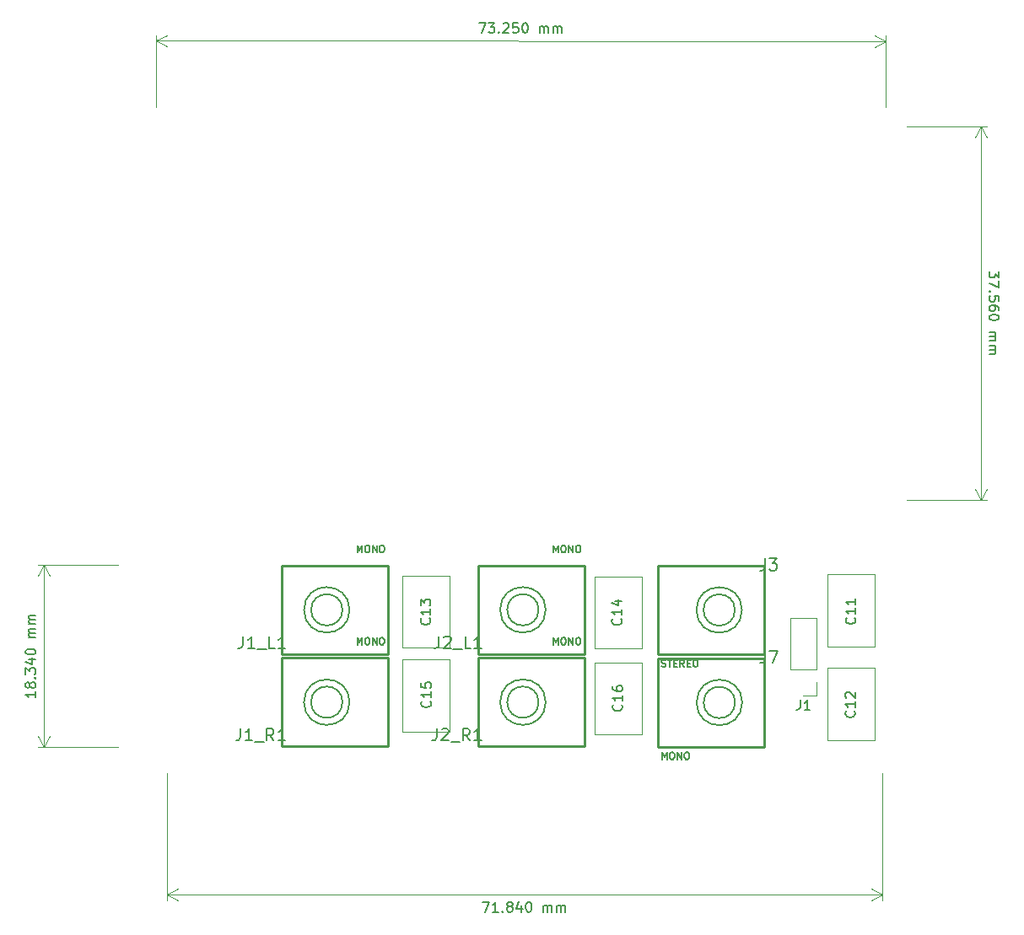
<source format=gbr>
G04 #@! TF.GenerationSoftware,KiCad,Pcbnew,5.1.4+dfsg1-1*
G04 #@! TF.CreationDate,2020-04-10T18:02:35-04:00*
G04 #@! TF.ProjectId,LilMix,4c696c4d-6978-42e6-9b69-6361645f7063,rev?*
G04 #@! TF.SameCoordinates,Original*
G04 #@! TF.FileFunction,Legend,Top*
G04 #@! TF.FilePolarity,Positive*
%FSLAX46Y46*%
G04 Gerber Fmt 4.6, Leading zero omitted, Abs format (unit mm)*
G04 Created by KiCad (PCBNEW 5.1.4+dfsg1-1) date 2020-04-10 18:02:35*
%MOMM*%
%LPD*%
G04 APERTURE LIST*
%ADD10C,0.150000*%
%ADD11C,0.120000*%
%ADD12C,0.254000*%
%ADD13C,0.127000*%
%ADD14C,0.152400*%
G04 APERTURE END LIST*
D10*
X117116836Y-64231230D02*
X117783503Y-64231412D01*
X117354658Y-65231295D01*
X118069217Y-64231490D02*
X118688264Y-64231659D01*
X118354827Y-64612521D01*
X118497684Y-64612560D01*
X118592909Y-64660205D01*
X118640515Y-64707837D01*
X118688108Y-64803088D01*
X118688043Y-65041183D01*
X118640398Y-65136408D01*
X118592766Y-65184014D01*
X118497515Y-65231607D01*
X118211801Y-65231529D01*
X118116576Y-65183884D01*
X118068970Y-65136252D01*
X119116589Y-65136538D02*
X119164195Y-65184170D01*
X119116563Y-65231776D01*
X119068957Y-65184144D01*
X119116589Y-65136538D01*
X119116563Y-65231776D01*
X119545381Y-64327131D02*
X119593013Y-64279525D01*
X119688264Y-64231932D01*
X119926360Y-64231997D01*
X120021585Y-64279642D01*
X120069191Y-64327275D01*
X120116784Y-64422526D01*
X120116758Y-64517764D01*
X120069100Y-64660608D01*
X119497515Y-65231880D01*
X120116563Y-65232049D01*
X121021598Y-64232296D02*
X120545407Y-64232166D01*
X120497658Y-64708344D01*
X120545290Y-64660738D01*
X120640541Y-64613145D01*
X120878637Y-64613210D01*
X120973862Y-64660855D01*
X121021468Y-64708487D01*
X121069061Y-64803738D01*
X121068996Y-65041833D01*
X121021351Y-65137058D01*
X120973719Y-65184664D01*
X120878468Y-65232257D01*
X120640372Y-65232192D01*
X120545147Y-65184547D01*
X120497541Y-65136915D01*
X121688264Y-64232478D02*
X121783502Y-64232504D01*
X121878728Y-64280150D01*
X121926334Y-64327782D01*
X121973927Y-64423033D01*
X122021494Y-64613522D01*
X122021429Y-64851617D01*
X121973758Y-65042080D01*
X121926113Y-65137305D01*
X121878481Y-65184911D01*
X121783229Y-65232504D01*
X121687991Y-65232478D01*
X121592766Y-65184833D01*
X121545160Y-65137201D01*
X121497567Y-65041950D01*
X121450000Y-64851461D01*
X121450065Y-64613366D01*
X121497736Y-64422903D01*
X121545381Y-64327678D01*
X121593013Y-64280072D01*
X121688264Y-64232478D01*
X123211801Y-65232895D02*
X123211983Y-64566228D01*
X123211957Y-64661466D02*
X123259589Y-64613860D01*
X123354840Y-64566267D01*
X123497697Y-64566306D01*
X123592922Y-64613951D01*
X123640515Y-64709202D01*
X123640372Y-65233012D01*
X123640515Y-64709202D02*
X123688160Y-64613977D01*
X123783411Y-64566384D01*
X123926269Y-64566423D01*
X124021494Y-64614068D01*
X124069087Y-64709319D01*
X124068944Y-65233129D01*
X124545134Y-65233259D02*
X124545316Y-64566592D01*
X124545290Y-64661830D02*
X124592922Y-64614224D01*
X124688173Y-64566631D01*
X124831030Y-64566670D01*
X124926255Y-64614315D01*
X124973849Y-64709566D01*
X124973706Y-65233376D01*
X124973849Y-64709566D02*
X125021494Y-64614341D01*
X125116745Y-64566748D01*
X125259602Y-64566787D01*
X125354827Y-64614432D01*
X125402420Y-64709683D01*
X125402277Y-65233493D01*
D11*
X157931816Y-66059994D02*
X84681816Y-66039994D01*
X157930000Y-72710000D02*
X157931976Y-65473574D01*
X84680000Y-72690000D02*
X84681976Y-65453574D01*
X84681816Y-66039994D02*
X85808480Y-65453881D01*
X84681816Y-66039994D02*
X85808160Y-66626722D01*
X157931816Y-66059994D02*
X156805472Y-65473266D01*
X157931816Y-66059994D02*
X156805152Y-66646107D01*
D10*
X169312618Y-89209523D02*
X169312618Y-89828571D01*
X168931665Y-89495238D01*
X168931665Y-89638095D01*
X168884046Y-89733333D01*
X168836427Y-89780952D01*
X168741189Y-89828571D01*
X168503094Y-89828571D01*
X168407856Y-89780952D01*
X168360237Y-89733333D01*
X168312618Y-89638095D01*
X168312618Y-89352380D01*
X168360237Y-89257142D01*
X168407856Y-89209523D01*
X169312618Y-90161904D02*
X169312618Y-90828571D01*
X168312618Y-90400000D01*
X168407856Y-91209523D02*
X168360237Y-91257142D01*
X168312618Y-91209523D01*
X168360237Y-91161904D01*
X168407856Y-91209523D01*
X168312618Y-91209523D01*
X169312618Y-92161904D02*
X169312618Y-91685714D01*
X168836427Y-91638095D01*
X168884046Y-91685714D01*
X168931665Y-91780952D01*
X168931665Y-92019047D01*
X168884046Y-92114285D01*
X168836427Y-92161904D01*
X168741189Y-92209523D01*
X168503094Y-92209523D01*
X168407856Y-92161904D01*
X168360237Y-92114285D01*
X168312618Y-92019047D01*
X168312618Y-91780952D01*
X168360237Y-91685714D01*
X168407856Y-91638095D01*
X169312618Y-93066666D02*
X169312618Y-92876190D01*
X169264999Y-92780952D01*
X169217379Y-92733333D01*
X169074522Y-92638095D01*
X168884046Y-92590476D01*
X168503094Y-92590476D01*
X168407856Y-92638095D01*
X168360237Y-92685714D01*
X168312618Y-92780952D01*
X168312618Y-92971428D01*
X168360237Y-93066666D01*
X168407856Y-93114285D01*
X168503094Y-93161904D01*
X168741189Y-93161904D01*
X168836427Y-93114285D01*
X168884046Y-93066666D01*
X168931665Y-92971428D01*
X168931665Y-92780952D01*
X168884046Y-92685714D01*
X168836427Y-92638095D01*
X168741189Y-92590476D01*
X169312618Y-93780952D02*
X169312618Y-93876190D01*
X169264999Y-93971428D01*
X169217379Y-94019047D01*
X169122141Y-94066666D01*
X168931665Y-94114285D01*
X168693570Y-94114285D01*
X168503094Y-94066666D01*
X168407856Y-94019047D01*
X168360237Y-93971428D01*
X168312618Y-93876190D01*
X168312618Y-93780952D01*
X168360237Y-93685714D01*
X168407856Y-93638095D01*
X168503094Y-93590476D01*
X168693570Y-93542857D01*
X168931665Y-93542857D01*
X169122141Y-93590476D01*
X169217379Y-93638095D01*
X169264999Y-93685714D01*
X169312618Y-93780952D01*
X168312618Y-95304761D02*
X168979284Y-95304761D01*
X168884046Y-95304761D02*
X168931665Y-95352380D01*
X168979284Y-95447619D01*
X168979284Y-95590476D01*
X168931665Y-95685714D01*
X168836427Y-95733333D01*
X168312618Y-95733333D01*
X168836427Y-95733333D02*
X168931665Y-95780952D01*
X168979284Y-95876190D01*
X168979284Y-96019047D01*
X168931665Y-96114285D01*
X168836427Y-96161904D01*
X168312618Y-96161904D01*
X168312618Y-96638095D02*
X168979284Y-96638095D01*
X168884046Y-96638095D02*
X168931665Y-96685714D01*
X168979284Y-96780952D01*
X168979284Y-96923809D01*
X168931665Y-97019047D01*
X168836427Y-97066666D01*
X168312618Y-97066666D01*
X168836427Y-97066666D02*
X168931665Y-97114285D01*
X168979284Y-97209523D01*
X168979284Y-97352380D01*
X168931665Y-97447619D01*
X168836427Y-97495238D01*
X168312618Y-97495238D01*
D11*
X167494999Y-74620000D02*
X167494999Y-112180000D01*
X160070000Y-74620000D02*
X168081420Y-74620000D01*
X160070000Y-112180000D02*
X168081420Y-112180000D01*
X167494999Y-112180000D02*
X166908578Y-111053496D01*
X167494999Y-112180000D02*
X168081420Y-111053496D01*
X167494999Y-74620000D02*
X166908578Y-75746504D01*
X167494999Y-74620000D02*
X168081420Y-75746504D01*
D10*
X72607380Y-131391428D02*
X72607380Y-131962857D01*
X72607380Y-131677142D02*
X71607380Y-131677142D01*
X71750238Y-131772380D01*
X71845476Y-131867619D01*
X71893095Y-131962857D01*
X72035952Y-130820000D02*
X71988333Y-130915238D01*
X71940714Y-130962857D01*
X71845476Y-131010476D01*
X71797857Y-131010476D01*
X71702619Y-130962857D01*
X71655000Y-130915238D01*
X71607380Y-130820000D01*
X71607380Y-130629523D01*
X71655000Y-130534285D01*
X71702619Y-130486666D01*
X71797857Y-130439047D01*
X71845476Y-130439047D01*
X71940714Y-130486666D01*
X71988333Y-130534285D01*
X72035952Y-130629523D01*
X72035952Y-130820000D01*
X72083571Y-130915238D01*
X72131190Y-130962857D01*
X72226428Y-131010476D01*
X72416904Y-131010476D01*
X72512142Y-130962857D01*
X72559761Y-130915238D01*
X72607380Y-130820000D01*
X72607380Y-130629523D01*
X72559761Y-130534285D01*
X72512142Y-130486666D01*
X72416904Y-130439047D01*
X72226428Y-130439047D01*
X72131190Y-130486666D01*
X72083571Y-130534285D01*
X72035952Y-130629523D01*
X72512142Y-130010476D02*
X72559761Y-129962857D01*
X72607380Y-130010476D01*
X72559761Y-130058095D01*
X72512142Y-130010476D01*
X72607380Y-130010476D01*
X71607380Y-129629523D02*
X71607380Y-129010476D01*
X71988333Y-129343809D01*
X71988333Y-129200952D01*
X72035952Y-129105714D01*
X72083571Y-129058095D01*
X72178809Y-129010476D01*
X72416904Y-129010476D01*
X72512142Y-129058095D01*
X72559761Y-129105714D01*
X72607380Y-129200952D01*
X72607380Y-129486666D01*
X72559761Y-129581904D01*
X72512142Y-129629523D01*
X71940714Y-128153333D02*
X72607380Y-128153333D01*
X71559761Y-128391428D02*
X72274047Y-128629523D01*
X72274047Y-128010476D01*
X71607380Y-127439047D02*
X71607380Y-127343809D01*
X71655000Y-127248571D01*
X71702619Y-127200952D01*
X71797857Y-127153333D01*
X71988333Y-127105714D01*
X72226428Y-127105714D01*
X72416904Y-127153333D01*
X72512142Y-127200952D01*
X72559761Y-127248571D01*
X72607380Y-127343809D01*
X72607380Y-127439047D01*
X72559761Y-127534285D01*
X72512142Y-127581904D01*
X72416904Y-127629523D01*
X72226428Y-127677142D01*
X71988333Y-127677142D01*
X71797857Y-127629523D01*
X71702619Y-127581904D01*
X71655000Y-127534285D01*
X71607380Y-127439047D01*
X72607380Y-125915238D02*
X71940714Y-125915238D01*
X72035952Y-125915238D02*
X71988333Y-125867619D01*
X71940714Y-125772380D01*
X71940714Y-125629523D01*
X71988333Y-125534285D01*
X72083571Y-125486666D01*
X72607380Y-125486666D01*
X72083571Y-125486666D02*
X71988333Y-125439047D01*
X71940714Y-125343809D01*
X71940714Y-125200952D01*
X71988333Y-125105714D01*
X72083571Y-125058095D01*
X72607380Y-125058095D01*
X72607380Y-124581904D02*
X71940714Y-124581904D01*
X72035952Y-124581904D02*
X71988333Y-124534285D01*
X71940714Y-124439047D01*
X71940714Y-124296190D01*
X71988333Y-124200952D01*
X72083571Y-124153333D01*
X72607380Y-124153333D01*
X72083571Y-124153333D02*
X71988333Y-124105714D01*
X71940714Y-124010476D01*
X71940714Y-123867619D01*
X71988333Y-123772380D01*
X72083571Y-123724761D01*
X72607380Y-123724761D01*
D11*
X73425000Y-136990000D02*
X73425000Y-118650000D01*
X80850000Y-136990000D02*
X72838579Y-136990000D01*
X80850000Y-118650000D02*
X72838579Y-118650000D01*
X73425000Y-118650000D02*
X74011421Y-119776504D01*
X73425000Y-118650000D02*
X72838579Y-119776504D01*
X73425000Y-136990000D02*
X74011421Y-135863496D01*
X73425000Y-136990000D02*
X72838579Y-135863496D01*
D10*
X117489523Y-152521398D02*
X118156190Y-152521398D01*
X117727619Y-153521398D01*
X119060952Y-153521398D02*
X118489523Y-153521398D01*
X118775238Y-153521398D02*
X118775238Y-152521398D01*
X118680000Y-152664256D01*
X118584761Y-152759494D01*
X118489523Y-152807113D01*
X119489523Y-153426160D02*
X119537142Y-153473779D01*
X119489523Y-153521398D01*
X119441904Y-153473779D01*
X119489523Y-153426160D01*
X119489523Y-153521398D01*
X120108571Y-152949970D02*
X120013333Y-152902351D01*
X119965714Y-152854732D01*
X119918095Y-152759494D01*
X119918095Y-152711875D01*
X119965714Y-152616637D01*
X120013333Y-152569018D01*
X120108571Y-152521398D01*
X120299047Y-152521398D01*
X120394285Y-152569018D01*
X120441904Y-152616637D01*
X120489523Y-152711875D01*
X120489523Y-152759494D01*
X120441904Y-152854732D01*
X120394285Y-152902351D01*
X120299047Y-152949970D01*
X120108571Y-152949970D01*
X120013333Y-152997589D01*
X119965714Y-153045208D01*
X119918095Y-153140446D01*
X119918095Y-153330922D01*
X119965714Y-153426160D01*
X120013333Y-153473779D01*
X120108571Y-153521398D01*
X120299047Y-153521398D01*
X120394285Y-153473779D01*
X120441904Y-153426160D01*
X120489523Y-153330922D01*
X120489523Y-153140446D01*
X120441904Y-153045208D01*
X120394285Y-152997589D01*
X120299047Y-152949970D01*
X121346666Y-152854732D02*
X121346666Y-153521398D01*
X121108571Y-152473779D02*
X120870476Y-153188065D01*
X121489523Y-153188065D01*
X122060952Y-152521398D02*
X122156190Y-152521398D01*
X122251428Y-152569018D01*
X122299047Y-152616637D01*
X122346666Y-152711875D01*
X122394285Y-152902351D01*
X122394285Y-153140446D01*
X122346666Y-153330922D01*
X122299047Y-153426160D01*
X122251428Y-153473779D01*
X122156190Y-153521398D01*
X122060952Y-153521398D01*
X121965714Y-153473779D01*
X121918095Y-153426160D01*
X121870476Y-153330922D01*
X121822857Y-153140446D01*
X121822857Y-152902351D01*
X121870476Y-152711875D01*
X121918095Y-152616637D01*
X121965714Y-152569018D01*
X122060952Y-152521398D01*
X123584761Y-153521398D02*
X123584761Y-152854732D01*
X123584761Y-152949970D02*
X123632380Y-152902351D01*
X123727619Y-152854732D01*
X123870476Y-152854732D01*
X123965714Y-152902351D01*
X124013333Y-152997589D01*
X124013333Y-153521398D01*
X124013333Y-152997589D02*
X124060952Y-152902351D01*
X124156190Y-152854732D01*
X124299047Y-152854732D01*
X124394285Y-152902351D01*
X124441904Y-152997589D01*
X124441904Y-153521398D01*
X124918095Y-153521398D02*
X124918095Y-152854732D01*
X124918095Y-152949970D02*
X124965714Y-152902351D01*
X125060952Y-152854732D01*
X125203809Y-152854732D01*
X125299047Y-152902351D01*
X125346666Y-152997589D01*
X125346666Y-153521398D01*
X125346666Y-152997589D02*
X125394285Y-152902351D01*
X125489523Y-152854732D01*
X125632380Y-152854732D01*
X125727619Y-152902351D01*
X125775238Y-152997589D01*
X125775238Y-153521398D01*
D11*
X85760000Y-151799018D02*
X157600000Y-151799018D01*
X85760000Y-139600000D02*
X85760000Y-152385439D01*
X157600000Y-139600000D02*
X157600000Y-152385439D01*
X157600000Y-151799018D02*
X156473496Y-152385439D01*
X157600000Y-151799018D02*
X156473496Y-151212597D01*
X85760000Y-151799018D02*
X86886504Y-152385439D01*
X85760000Y-151799018D02*
X86886504Y-151212597D01*
X151010000Y-131770000D02*
X149680000Y-131770000D01*
X151010000Y-130440000D02*
X151010000Y-131770000D01*
X151010000Y-129170000D02*
X148350000Y-129170000D01*
X148350000Y-129170000D02*
X148350000Y-124030000D01*
X151010000Y-129170000D02*
X151010000Y-124030000D01*
X151010000Y-124030000D02*
X148350000Y-124030000D01*
X128737000Y-135719000D02*
X128737000Y-128479000D01*
X133477000Y-135719000D02*
X133477000Y-128479000D01*
X128737000Y-135719000D02*
X133477000Y-135719000D01*
X128737000Y-128479000D02*
X133477000Y-128479000D01*
D12*
X117012200Y-127620000D02*
X127680200Y-127620000D01*
X127680200Y-127620000D02*
X127680200Y-118730000D01*
X127680200Y-118730000D02*
X117012200Y-118730000D01*
X117012200Y-118730000D02*
X117012200Y-127620000D01*
D13*
X123095500Y-123175000D02*
G75*
G03X123095500Y-123175000I-1574800J0D01*
G01*
X123806700Y-123175000D02*
G75*
G03X123806700Y-123175000I-2286000J0D01*
G01*
D11*
X114177000Y-126986000D02*
X109437000Y-126986000D01*
X114177000Y-119746000D02*
X109437000Y-119746000D01*
X109437000Y-119746000D02*
X109437000Y-126986000D01*
X114177000Y-119746000D02*
X114177000Y-126986000D01*
D12*
X117012200Y-136895000D02*
X127680200Y-136895000D01*
X127680200Y-136895000D02*
X127680200Y-128005000D01*
X127680200Y-128005000D02*
X117012200Y-128005000D01*
X117012200Y-128005000D02*
X117012200Y-136895000D01*
D13*
X123095500Y-132450000D02*
G75*
G03X123095500Y-132450000I-1574800J0D01*
G01*
X123806700Y-132450000D02*
G75*
G03X123806700Y-132450000I-2286000J0D01*
G01*
X143529300Y-132480000D02*
G75*
G03X143529300Y-132480000I-2286000J0D01*
G01*
X142818100Y-132480000D02*
G75*
G03X142818100Y-132480000I-1574800J0D01*
G01*
D12*
X145751800Y-136925000D02*
X145751800Y-128035000D01*
X135083800Y-136925000D02*
X145751800Y-136925000D01*
X135083800Y-128035000D02*
X135083800Y-136925000D01*
X145751800Y-128035000D02*
X135083800Y-128035000D01*
D13*
X143513300Y-123190000D02*
G75*
G03X143513300Y-123190000I-2286000J0D01*
G01*
X142802100Y-123190000D02*
G75*
G03X142802100Y-123190000I-1574800J0D01*
G01*
D12*
X145735800Y-127635000D02*
X145735800Y-118745000D01*
X135067800Y-127635000D02*
X145735800Y-127635000D01*
X135067800Y-118745000D02*
X135067800Y-127635000D01*
X145735800Y-118745000D02*
X135067800Y-118745000D01*
D11*
X109437000Y-128186000D02*
X114177000Y-128186000D01*
X109437000Y-135426000D02*
X114177000Y-135426000D01*
X114177000Y-135426000D02*
X114177000Y-128186000D01*
X109437000Y-135426000D02*
X109437000Y-128186000D01*
X156839000Y-119606000D02*
X156839000Y-126846000D01*
X152099000Y-119606000D02*
X152099000Y-126846000D01*
X156839000Y-119606000D02*
X152099000Y-119606000D01*
X156839000Y-126846000D02*
X152099000Y-126846000D01*
D13*
X104119700Y-123178000D02*
G75*
G03X104119700Y-123178000I-2286000J0D01*
G01*
X103408500Y-123178000D02*
G75*
G03X103408500Y-123178000I-1574800J0D01*
G01*
D12*
X97325200Y-118733000D02*
X97325200Y-127623000D01*
X107993200Y-118733000D02*
X97325200Y-118733000D01*
X107993200Y-127623000D02*
X107993200Y-118733000D01*
X97325200Y-127623000D02*
X107993200Y-127623000D01*
D13*
X104119700Y-132453000D02*
G75*
G03X104119700Y-132453000I-2286000J0D01*
G01*
X103408500Y-132453000D02*
G75*
G03X103408500Y-132453000I-1574800J0D01*
G01*
D12*
X97325200Y-128008000D02*
X97325200Y-136898000D01*
X107993200Y-128008000D02*
X97325200Y-128008000D01*
X107993200Y-136898000D02*
X107993200Y-128008000D01*
X97325200Y-136898000D02*
X107993200Y-136898000D01*
D11*
X156839000Y-129004000D02*
X156839000Y-136244000D01*
X152099000Y-129004000D02*
X152099000Y-136244000D01*
X156839000Y-129004000D02*
X152099000Y-129004000D01*
X156839000Y-136244000D02*
X152099000Y-136244000D01*
X133477000Y-119819000D02*
X133477000Y-127059000D01*
X128737000Y-119819000D02*
X128737000Y-127059000D01*
X133477000Y-119819000D02*
X128737000Y-119819000D01*
X133477000Y-127059000D02*
X128737000Y-127059000D01*
D10*
X149346666Y-132222380D02*
X149346666Y-132936666D01*
X149299047Y-133079523D01*
X149203809Y-133174761D01*
X149060952Y-133222380D01*
X148965714Y-133222380D01*
X150346666Y-133222380D02*
X149775238Y-133222380D01*
X150060952Y-133222380D02*
X150060952Y-132222380D01*
X149965714Y-132365238D01*
X149870476Y-132460476D01*
X149775238Y-132508095D01*
X131417142Y-132702857D02*
X131464761Y-132750476D01*
X131512380Y-132893333D01*
X131512380Y-132988571D01*
X131464761Y-133131428D01*
X131369523Y-133226666D01*
X131274285Y-133274285D01*
X131083809Y-133321904D01*
X130940952Y-133321904D01*
X130750476Y-133274285D01*
X130655238Y-133226666D01*
X130560000Y-133131428D01*
X130512380Y-132988571D01*
X130512380Y-132893333D01*
X130560000Y-132750476D01*
X130607619Y-132702857D01*
X131512380Y-131750476D02*
X131512380Y-132321904D01*
X131512380Y-132036190D02*
X130512380Y-132036190D01*
X130655238Y-132131428D01*
X130750476Y-132226666D01*
X130798095Y-132321904D01*
X130512380Y-130893333D02*
X130512380Y-131083809D01*
X130560000Y-131179047D01*
X130607619Y-131226666D01*
X130750476Y-131321904D01*
X130940952Y-131369523D01*
X131321904Y-131369523D01*
X131417142Y-131321904D01*
X131464761Y-131274285D01*
X131512380Y-131179047D01*
X131512380Y-130988571D01*
X131464761Y-130893333D01*
X131417142Y-130845714D01*
X131321904Y-130798095D01*
X131083809Y-130798095D01*
X130988571Y-130845714D01*
X130940952Y-130893333D01*
X130893333Y-130988571D01*
X130893333Y-131179047D01*
X130940952Y-131274285D01*
X130988571Y-131321904D01*
X131083809Y-131369523D01*
D14*
X113092254Y-125822647D02*
X113092254Y-126684433D01*
X113034801Y-126856790D01*
X112919897Y-126971695D01*
X112747540Y-127029147D01*
X112632635Y-127029147D01*
X113609325Y-125937552D02*
X113666778Y-125880100D01*
X113781682Y-125822647D01*
X114068944Y-125822647D01*
X114183849Y-125880100D01*
X114241301Y-125937552D01*
X114298754Y-126052457D01*
X114298754Y-126167361D01*
X114241301Y-126339719D01*
X113551873Y-127029147D01*
X114298754Y-127029147D01*
X114528563Y-127144052D02*
X115447801Y-127144052D01*
X116309587Y-127029147D02*
X115735063Y-127029147D01*
X115735063Y-125822647D01*
X117343730Y-127029147D02*
X116654301Y-127029147D01*
X116999016Y-127029147D02*
X116999016Y-125822647D01*
X116884111Y-125995004D01*
X116769206Y-126109909D01*
X116654301Y-126167361D01*
X124595406Y-117401266D02*
X124595406Y-116701266D01*
X124828740Y-117201266D01*
X125062073Y-116701266D01*
X125062073Y-117401266D01*
X125528740Y-116701266D02*
X125662073Y-116701266D01*
X125728740Y-116734600D01*
X125795406Y-116801266D01*
X125828740Y-116934600D01*
X125828740Y-117167933D01*
X125795406Y-117301266D01*
X125728740Y-117367933D01*
X125662073Y-117401266D01*
X125528740Y-117401266D01*
X125462073Y-117367933D01*
X125395406Y-117301266D01*
X125362073Y-117167933D01*
X125362073Y-116934600D01*
X125395406Y-116801266D01*
X125462073Y-116734600D01*
X125528740Y-116701266D01*
X126128740Y-117401266D02*
X126128740Y-116701266D01*
X126528740Y-117401266D01*
X126528740Y-116701266D01*
X126995406Y-116701266D02*
X127128740Y-116701266D01*
X127195406Y-116734600D01*
X127262073Y-116801266D01*
X127295406Y-116934600D01*
X127295406Y-117167933D01*
X127262073Y-117301266D01*
X127195406Y-117367933D01*
X127128740Y-117401266D01*
X126995406Y-117401266D01*
X126928740Y-117367933D01*
X126862073Y-117301266D01*
X126828740Y-117167933D01*
X126828740Y-116934600D01*
X126862073Y-116801266D01*
X126928740Y-116734600D01*
X126995406Y-116701266D01*
D10*
X112157142Y-124032857D02*
X112204761Y-124080476D01*
X112252380Y-124223333D01*
X112252380Y-124318571D01*
X112204761Y-124461428D01*
X112109523Y-124556666D01*
X112014285Y-124604285D01*
X111823809Y-124651904D01*
X111680952Y-124651904D01*
X111490476Y-124604285D01*
X111395238Y-124556666D01*
X111300000Y-124461428D01*
X111252380Y-124318571D01*
X111252380Y-124223333D01*
X111300000Y-124080476D01*
X111347619Y-124032857D01*
X112252380Y-123080476D02*
X112252380Y-123651904D01*
X112252380Y-123366190D02*
X111252380Y-123366190D01*
X111395238Y-123461428D01*
X111490476Y-123556666D01*
X111538095Y-123651904D01*
X111252380Y-122747142D02*
X111252380Y-122128095D01*
X111633333Y-122461428D01*
X111633333Y-122318571D01*
X111680952Y-122223333D01*
X111728571Y-122175714D01*
X111823809Y-122128095D01*
X112061904Y-122128095D01*
X112157142Y-122175714D01*
X112204761Y-122223333D01*
X112252380Y-122318571D01*
X112252380Y-122604285D01*
X112204761Y-122699523D01*
X112157142Y-122747142D01*
D14*
X112862444Y-135097647D02*
X112862444Y-135959433D01*
X112804992Y-136131790D01*
X112690087Y-136246695D01*
X112517730Y-136304147D01*
X112402825Y-136304147D01*
X113379516Y-135212552D02*
X113436968Y-135155100D01*
X113551873Y-135097647D01*
X113839135Y-135097647D01*
X113954040Y-135155100D01*
X114011492Y-135212552D01*
X114068944Y-135327457D01*
X114068944Y-135442361D01*
X114011492Y-135614719D01*
X113322063Y-136304147D01*
X114068944Y-136304147D01*
X114298754Y-136419052D02*
X115217992Y-136419052D01*
X116194682Y-136304147D02*
X115792516Y-135729623D01*
X115505254Y-136304147D02*
X115505254Y-135097647D01*
X115964873Y-135097647D01*
X116079778Y-135155100D01*
X116137230Y-135212552D01*
X116194682Y-135327457D01*
X116194682Y-135499814D01*
X116137230Y-135614719D01*
X116079778Y-135672171D01*
X115964873Y-135729623D01*
X115505254Y-135729623D01*
X117343730Y-136304147D02*
X116654301Y-136304147D01*
X116999016Y-136304147D02*
X116999016Y-135097647D01*
X116884111Y-135270004D01*
X116769206Y-135384909D01*
X116654301Y-135442361D01*
X124595406Y-126676266D02*
X124595406Y-125976266D01*
X124828740Y-126476266D01*
X125062073Y-125976266D01*
X125062073Y-126676266D01*
X125528740Y-125976266D02*
X125662073Y-125976266D01*
X125728740Y-126009600D01*
X125795406Y-126076266D01*
X125828740Y-126209600D01*
X125828740Y-126442933D01*
X125795406Y-126576266D01*
X125728740Y-126642933D01*
X125662073Y-126676266D01*
X125528740Y-126676266D01*
X125462073Y-126642933D01*
X125395406Y-126576266D01*
X125362073Y-126442933D01*
X125362073Y-126209600D01*
X125395406Y-126076266D01*
X125462073Y-126009600D01*
X125528740Y-125976266D01*
X126128740Y-126676266D02*
X126128740Y-125976266D01*
X126528740Y-126676266D01*
X126528740Y-125976266D01*
X126995406Y-125976266D02*
X127128740Y-125976266D01*
X127195406Y-126009600D01*
X127262073Y-126076266D01*
X127295406Y-126209600D01*
X127295406Y-126442933D01*
X127262073Y-126576266D01*
X127195406Y-126642933D01*
X127128740Y-126676266D01*
X126995406Y-126676266D01*
X126928740Y-126642933D01*
X126862073Y-126576266D01*
X126828740Y-126442933D01*
X126828740Y-126209600D01*
X126862073Y-126076266D01*
X126928740Y-126009600D01*
X126995406Y-125976266D01*
X145822436Y-127304447D02*
X145822436Y-128166233D01*
X145764983Y-128338590D01*
X145650079Y-128453495D01*
X145477721Y-128510947D01*
X145362817Y-128510947D01*
X146282055Y-127304447D02*
X147086388Y-127304447D01*
X146569317Y-128510947D01*
X135501926Y-138187066D02*
X135501926Y-137487066D01*
X135735260Y-137987066D01*
X135968593Y-137487066D01*
X135968593Y-138187066D01*
X136435260Y-137487066D02*
X136568593Y-137487066D01*
X136635260Y-137520400D01*
X136701926Y-137587066D01*
X136735260Y-137720400D01*
X136735260Y-137953733D01*
X136701926Y-138087066D01*
X136635260Y-138153733D01*
X136568593Y-138187066D01*
X136435260Y-138187066D01*
X136368593Y-138153733D01*
X136301926Y-138087066D01*
X136268593Y-137953733D01*
X136268593Y-137720400D01*
X136301926Y-137587066D01*
X136368593Y-137520400D01*
X136435260Y-137487066D01*
X137035260Y-138187066D02*
X137035260Y-137487066D01*
X137435260Y-138187066D01*
X137435260Y-137487066D01*
X137901926Y-137487066D02*
X138035260Y-137487066D01*
X138101926Y-137520400D01*
X138168593Y-137587066D01*
X138201926Y-137720400D01*
X138201926Y-137953733D01*
X138168593Y-138087066D01*
X138101926Y-138153733D01*
X138035260Y-138187066D01*
X137901926Y-138187066D01*
X137835260Y-138153733D01*
X137768593Y-138087066D01*
X137735260Y-137953733D01*
X137735260Y-137720400D01*
X137768593Y-137587066D01*
X137835260Y-137520400D01*
X137901926Y-137487066D01*
X145806436Y-118014447D02*
X145806436Y-118876233D01*
X145748983Y-119048590D01*
X145634079Y-119163495D01*
X145461721Y-119220947D01*
X145346817Y-119220947D01*
X146266055Y-118014447D02*
X147012936Y-118014447D01*
X146610769Y-118474066D01*
X146783126Y-118474066D01*
X146898031Y-118531519D01*
X146955483Y-118588971D01*
X147012936Y-118703876D01*
X147012936Y-118991138D01*
X146955483Y-119106042D01*
X146898031Y-119163495D01*
X146783126Y-119220947D01*
X146438412Y-119220947D01*
X146323507Y-119163495D01*
X146266055Y-119106042D01*
X135452593Y-128863733D02*
X135552593Y-128897066D01*
X135719260Y-128897066D01*
X135785926Y-128863733D01*
X135819260Y-128830400D01*
X135852593Y-128763733D01*
X135852593Y-128697066D01*
X135819260Y-128630400D01*
X135785926Y-128597066D01*
X135719260Y-128563733D01*
X135585926Y-128530400D01*
X135519260Y-128497066D01*
X135485926Y-128463733D01*
X135452593Y-128397066D01*
X135452593Y-128330400D01*
X135485926Y-128263733D01*
X135519260Y-128230400D01*
X135585926Y-128197066D01*
X135752593Y-128197066D01*
X135852593Y-128230400D01*
X136052593Y-128197066D02*
X136452593Y-128197066D01*
X136252593Y-128897066D02*
X136252593Y-128197066D01*
X136685926Y-128530400D02*
X136919260Y-128530400D01*
X137019260Y-128897066D02*
X136685926Y-128897066D01*
X136685926Y-128197066D01*
X137019260Y-128197066D01*
X137719260Y-128897066D02*
X137485926Y-128563733D01*
X137319260Y-128897066D02*
X137319260Y-128197066D01*
X137585926Y-128197066D01*
X137652593Y-128230400D01*
X137685926Y-128263733D01*
X137719260Y-128330400D01*
X137719260Y-128430400D01*
X137685926Y-128497066D01*
X137652593Y-128530400D01*
X137585926Y-128563733D01*
X137319260Y-128563733D01*
X138019260Y-128530400D02*
X138252593Y-128530400D01*
X138352593Y-128897066D02*
X138019260Y-128897066D01*
X138019260Y-128197066D01*
X138352593Y-128197066D01*
X138785926Y-128197066D02*
X138919260Y-128197066D01*
X138985926Y-128230400D01*
X139052593Y-128297066D01*
X139085926Y-128430400D01*
X139085926Y-128663733D01*
X139052593Y-128797066D01*
X138985926Y-128863733D01*
X138919260Y-128897066D01*
X138785926Y-128897066D01*
X138719260Y-128863733D01*
X138652593Y-128797066D01*
X138619260Y-128663733D01*
X138619260Y-128430400D01*
X138652593Y-128297066D01*
X138719260Y-128230400D01*
X138785926Y-128197066D01*
D10*
X112217142Y-132352857D02*
X112264761Y-132400476D01*
X112312380Y-132543333D01*
X112312380Y-132638571D01*
X112264761Y-132781428D01*
X112169523Y-132876666D01*
X112074285Y-132924285D01*
X111883809Y-132971904D01*
X111740952Y-132971904D01*
X111550476Y-132924285D01*
X111455238Y-132876666D01*
X111360000Y-132781428D01*
X111312380Y-132638571D01*
X111312380Y-132543333D01*
X111360000Y-132400476D01*
X111407619Y-132352857D01*
X112312380Y-131400476D02*
X112312380Y-131971904D01*
X112312380Y-131686190D02*
X111312380Y-131686190D01*
X111455238Y-131781428D01*
X111550476Y-131876666D01*
X111598095Y-131971904D01*
X111312380Y-130495714D02*
X111312380Y-130971904D01*
X111788571Y-131019523D01*
X111740952Y-130971904D01*
X111693333Y-130876666D01*
X111693333Y-130638571D01*
X111740952Y-130543333D01*
X111788571Y-130495714D01*
X111883809Y-130448095D01*
X112121904Y-130448095D01*
X112217142Y-130495714D01*
X112264761Y-130543333D01*
X112312380Y-130638571D01*
X112312380Y-130876666D01*
X112264761Y-130971904D01*
X112217142Y-131019523D01*
X154827142Y-123972857D02*
X154874761Y-124020476D01*
X154922380Y-124163333D01*
X154922380Y-124258571D01*
X154874761Y-124401428D01*
X154779523Y-124496666D01*
X154684285Y-124544285D01*
X154493809Y-124591904D01*
X154350952Y-124591904D01*
X154160476Y-124544285D01*
X154065238Y-124496666D01*
X153970000Y-124401428D01*
X153922380Y-124258571D01*
X153922380Y-124163333D01*
X153970000Y-124020476D01*
X154017619Y-123972857D01*
X154922380Y-123020476D02*
X154922380Y-123591904D01*
X154922380Y-123306190D02*
X153922380Y-123306190D01*
X154065238Y-123401428D01*
X154160476Y-123496666D01*
X154208095Y-123591904D01*
X154922380Y-122068095D02*
X154922380Y-122639523D01*
X154922380Y-122353809D02*
X153922380Y-122353809D01*
X154065238Y-122449047D01*
X154160476Y-122544285D01*
X154208095Y-122639523D01*
D14*
X93405254Y-125825647D02*
X93405254Y-126687433D01*
X93347801Y-126859790D01*
X93232897Y-126974695D01*
X93060540Y-127032147D01*
X92945635Y-127032147D01*
X94611754Y-127032147D02*
X93922325Y-127032147D01*
X94267040Y-127032147D02*
X94267040Y-125825647D01*
X94152135Y-125998004D01*
X94037230Y-126112909D01*
X93922325Y-126170361D01*
X94841563Y-127147052D02*
X95760801Y-127147052D01*
X96622587Y-127032147D02*
X96048063Y-127032147D01*
X96048063Y-125825647D01*
X97656730Y-127032147D02*
X96967301Y-127032147D01*
X97312016Y-127032147D02*
X97312016Y-125825647D01*
X97197111Y-125998004D01*
X97082206Y-126112909D01*
X96967301Y-126170361D01*
X104908406Y-117404266D02*
X104908406Y-116704266D01*
X105141740Y-117204266D01*
X105375073Y-116704266D01*
X105375073Y-117404266D01*
X105841740Y-116704266D02*
X105975073Y-116704266D01*
X106041740Y-116737600D01*
X106108406Y-116804266D01*
X106141740Y-116937600D01*
X106141740Y-117170933D01*
X106108406Y-117304266D01*
X106041740Y-117370933D01*
X105975073Y-117404266D01*
X105841740Y-117404266D01*
X105775073Y-117370933D01*
X105708406Y-117304266D01*
X105675073Y-117170933D01*
X105675073Y-116937600D01*
X105708406Y-116804266D01*
X105775073Y-116737600D01*
X105841740Y-116704266D01*
X106441740Y-117404266D02*
X106441740Y-116704266D01*
X106841740Y-117404266D01*
X106841740Y-116704266D01*
X107308406Y-116704266D02*
X107441740Y-116704266D01*
X107508406Y-116737600D01*
X107575073Y-116804266D01*
X107608406Y-116937600D01*
X107608406Y-117170933D01*
X107575073Y-117304266D01*
X107508406Y-117370933D01*
X107441740Y-117404266D01*
X107308406Y-117404266D01*
X107241740Y-117370933D01*
X107175073Y-117304266D01*
X107141740Y-117170933D01*
X107141740Y-116937600D01*
X107175073Y-116804266D01*
X107241740Y-116737600D01*
X107308406Y-116704266D01*
X93175444Y-135100647D02*
X93175444Y-135962433D01*
X93117992Y-136134790D01*
X93003087Y-136249695D01*
X92830730Y-136307147D01*
X92715825Y-136307147D01*
X94381944Y-136307147D02*
X93692516Y-136307147D01*
X94037230Y-136307147D02*
X94037230Y-135100647D01*
X93922325Y-135273004D01*
X93807420Y-135387909D01*
X93692516Y-135445361D01*
X94611754Y-136422052D02*
X95530992Y-136422052D01*
X96507682Y-136307147D02*
X96105516Y-135732623D01*
X95818254Y-136307147D02*
X95818254Y-135100647D01*
X96277873Y-135100647D01*
X96392778Y-135158100D01*
X96450230Y-135215552D01*
X96507682Y-135330457D01*
X96507682Y-135502814D01*
X96450230Y-135617719D01*
X96392778Y-135675171D01*
X96277873Y-135732623D01*
X95818254Y-135732623D01*
X97656730Y-136307147D02*
X96967301Y-136307147D01*
X97312016Y-136307147D02*
X97312016Y-135100647D01*
X97197111Y-135273004D01*
X97082206Y-135387909D01*
X96967301Y-135445361D01*
X104908406Y-126679266D02*
X104908406Y-125979266D01*
X105141740Y-126479266D01*
X105375073Y-125979266D01*
X105375073Y-126679266D01*
X105841740Y-125979266D02*
X105975073Y-125979266D01*
X106041740Y-126012600D01*
X106108406Y-126079266D01*
X106141740Y-126212600D01*
X106141740Y-126445933D01*
X106108406Y-126579266D01*
X106041740Y-126645933D01*
X105975073Y-126679266D01*
X105841740Y-126679266D01*
X105775073Y-126645933D01*
X105708406Y-126579266D01*
X105675073Y-126445933D01*
X105675073Y-126212600D01*
X105708406Y-126079266D01*
X105775073Y-126012600D01*
X105841740Y-125979266D01*
X106441740Y-126679266D02*
X106441740Y-125979266D01*
X106841740Y-126679266D01*
X106841740Y-125979266D01*
X107308406Y-125979266D02*
X107441740Y-125979266D01*
X107508406Y-126012600D01*
X107575073Y-126079266D01*
X107608406Y-126212600D01*
X107608406Y-126445933D01*
X107575073Y-126579266D01*
X107508406Y-126645933D01*
X107441740Y-126679266D01*
X107308406Y-126679266D01*
X107241740Y-126645933D01*
X107175073Y-126579266D01*
X107141740Y-126445933D01*
X107141740Y-126212600D01*
X107175073Y-126079266D01*
X107241740Y-126012600D01*
X107308406Y-125979266D01*
D10*
X154777142Y-133342857D02*
X154824761Y-133390476D01*
X154872380Y-133533333D01*
X154872380Y-133628571D01*
X154824761Y-133771428D01*
X154729523Y-133866666D01*
X154634285Y-133914285D01*
X154443809Y-133961904D01*
X154300952Y-133961904D01*
X154110476Y-133914285D01*
X154015238Y-133866666D01*
X153920000Y-133771428D01*
X153872380Y-133628571D01*
X153872380Y-133533333D01*
X153920000Y-133390476D01*
X153967619Y-133342857D01*
X154872380Y-132390476D02*
X154872380Y-132961904D01*
X154872380Y-132676190D02*
X153872380Y-132676190D01*
X154015238Y-132771428D01*
X154110476Y-132866666D01*
X154158095Y-132961904D01*
X153967619Y-132009523D02*
X153920000Y-131961904D01*
X153872380Y-131866666D01*
X153872380Y-131628571D01*
X153920000Y-131533333D01*
X153967619Y-131485714D01*
X154062857Y-131438095D01*
X154158095Y-131438095D01*
X154300952Y-131485714D01*
X154872380Y-132057142D01*
X154872380Y-131438095D01*
X131357142Y-124082857D02*
X131404761Y-124130476D01*
X131452380Y-124273333D01*
X131452380Y-124368571D01*
X131404761Y-124511428D01*
X131309523Y-124606666D01*
X131214285Y-124654285D01*
X131023809Y-124701904D01*
X130880952Y-124701904D01*
X130690476Y-124654285D01*
X130595238Y-124606666D01*
X130500000Y-124511428D01*
X130452380Y-124368571D01*
X130452380Y-124273333D01*
X130500000Y-124130476D01*
X130547619Y-124082857D01*
X131452380Y-123130476D02*
X131452380Y-123701904D01*
X131452380Y-123416190D02*
X130452380Y-123416190D01*
X130595238Y-123511428D01*
X130690476Y-123606666D01*
X130738095Y-123701904D01*
X130785714Y-122273333D02*
X131452380Y-122273333D01*
X130404761Y-122511428D02*
X131119047Y-122749523D01*
X131119047Y-122130476D01*
M02*

</source>
